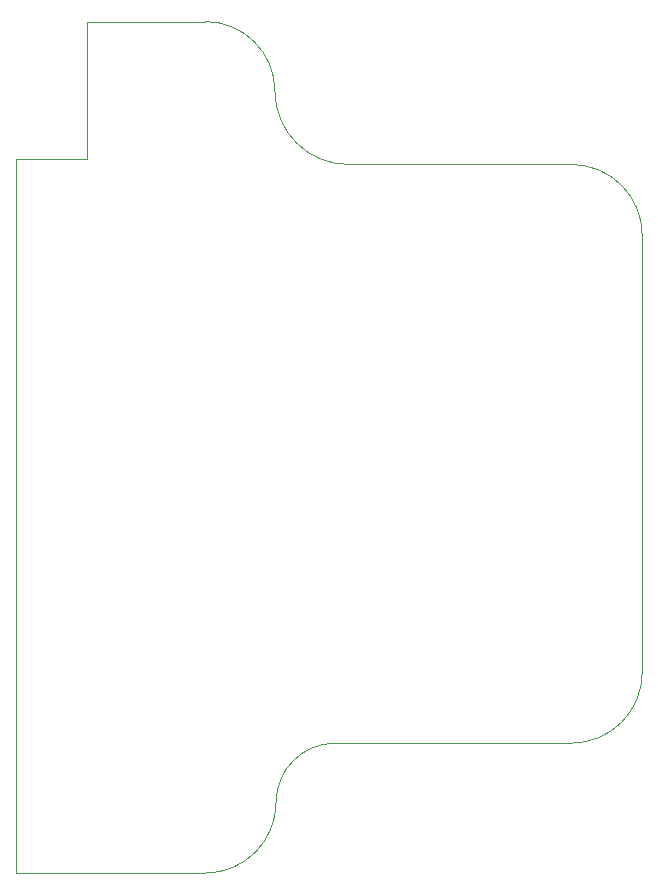
<source format=gm1>
%TF.GenerationSoftware,KiCad,Pcbnew,(6.0.0-0)*%
%TF.CreationDate,2022-04-18T16:48:20+01:00*%
%TF.ProjectId,acnode-reader-direct,61636e6f-6465-42d7-9265-616465722d64,rev?*%
%TF.SameCoordinates,Original*%
%TF.FileFunction,Profile,NP*%
%FSLAX46Y46*%
G04 Gerber Fmt 4.6, Leading zero omitted, Abs format (unit mm)*
G04 Created by KiCad (PCBNEW (6.0.0-0)) date 2022-04-18 16:48:20*
%MOMM*%
%LPD*%
G01*
G04 APERTURE LIST*
%TA.AperFunction,Profile*%
%ADD10C,0.100000*%
%TD*%
G04 APERTURE END LIST*
D10*
X126000000Y-98000000D02*
G75*
G03*
X132000000Y-92000000I-2J6000002D01*
G01*
X79000000Y-109000000D02*
X95000000Y-109000000D01*
X100900000Y-42800000D02*
G75*
G03*
X107110000Y-49000000I6210000J10008D01*
G01*
X132000000Y-55000000D02*
X132000000Y-92000000D01*
X107110000Y-49000000D02*
X115520000Y-49000000D01*
X132000000Y-55000000D02*
G75*
G03*
X126000000Y-49000000I-5999999J1D01*
G01*
X85000000Y-48500000D02*
X85000000Y-36900000D01*
X106000000Y-98000000D02*
G75*
G03*
X101000000Y-103000000I0J-5000000D01*
G01*
X79000000Y-48500000D02*
X85000000Y-48500000D01*
X95000000Y-36900000D02*
X85000000Y-36900000D01*
X106000000Y-98000000D02*
X126000000Y-98000000D01*
X100900000Y-42800000D02*
G75*
G03*
X95000000Y-36900000I-5900000J0D01*
G01*
X95000000Y-109000000D02*
G75*
G03*
X101000000Y-103000000I1J5999999D01*
G01*
X115520000Y-49000000D02*
X126000000Y-49000000D01*
X79000000Y-109000000D02*
X79000000Y-48500000D01*
M02*

</source>
